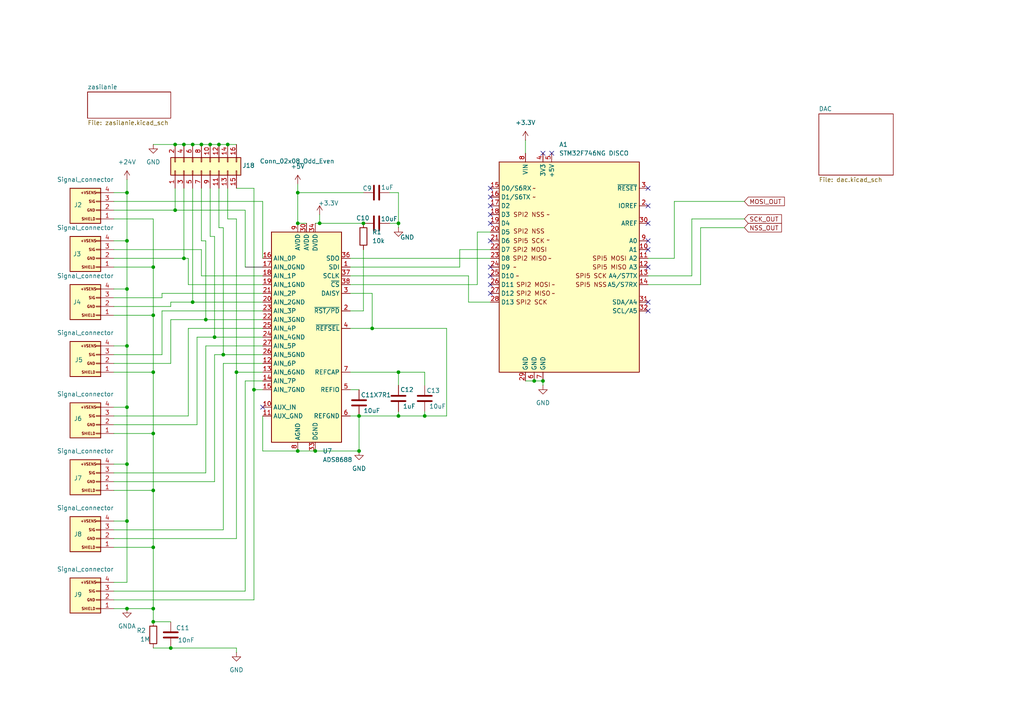
<source format=kicad_sch>
(kicad_sch (version 20250114) (generator "eeschema") (generator_version "9.0")
  (paper "A4")
  (lib_symbols
    (symbol "Analog_ADC:ADS8688"
      (property "Reference" "U" (at -8.89 31.75 0))
      (property "Value" "ADS8688" (at 8.89 31.75 0))
      (symbol "ADS8688_0_1"
        (rectangle (start -10.16 30.48) (end 10.16 -30.48) (stroke (width 0.254)) (fill (type background)))
      )
      (symbol "ADS8688_1_1"
        (pin input line (at -12.7 22.86 0) (length 2.54) (name "AIN_0P") (number "16"))
        (pin input line (at -12.7 20.32 0) (length 2.54) (name "AIN_0GND") (number "17"))
        (pin input line (at -12.7 17.78 0) (length 2.54) (name "AIN_1P") (number "18"))
        (pin input line (at -12.7 15.24 0) (length 2.54) (name "AIN_1GND") (number "19"))
        (pin input line (at -12.7 12.7 0) (length 2.54) (name "AIN_2P") (number "21"))
        (pin input line (at -12.7 10.16 0) (length 2.54) (name "AIN_2GND") (number "20"))
        (pin input line (at -12.7 7.62 0) (length 2.54) (name "AIN_3P") (number "23"))
        (pin input line (at -12.7 5.08 0) (length 2.54) (name "AIN_3GND") (number "22"))
        (pin input line (at -12.7 2.54 0) (length 2.54) (name "AIN_4P") (number "25"))
        (pin input line (at -12.7 0 0) (length 2.54) (name "AIN_4GND") (number "24"))
        (pin input line (at -12.7 -2.54 0) (length 2.54) (name "AIN_5P") (number "27"))
        (pin input line (at -12.7 -5.08 0) (length 2.54) (name "AIN_5GND") (number "26"))
        (pin input line (at -12.7 -7.62 0) (length 2.54) (name "AIN_6P") (number "12"))
        (pin input line (at -12.7 -10.16 0) (length 2.54) (name "AIN_6GND") (number "13"))
        (pin input line (at -12.7 -12.7 0) (length 2.54) (name "AIN_7P") (number "14"))
        (pin input line (at -12.7 -15.24 0) (length 2.54) (name "AIN_7GND") (number "15"))
        (pin input line (at -12.7 -20.32 0) (length 2.54) (name "AUX_IN") (number "10"))
        (pin input line (at -12.7 -22.86 0) (length 2.54) (name "AUX_GND") (number "11"))
        (pin power_in line (at -2.54 33.02 270) (length 2.54) (name "AVDD") (number "9"))
        (pin passive line (at -2.54 -33.02 90) (length 2.54) (hide yes) (name "AGND") (number "28"))
        (pin passive line (at -2.54 -33.02 90) (length 2.54) (hide yes) (name "AGND") (number "29"))
        (pin passive line (at -2.54 -33.02 90) (length 2.54) (hide yes) (name "AGND") (number "31"))
        (pin passive line (at -2.54 -33.02 90) (length 2.54) (hide yes) (name "AGND") (number "32"))
        (pin power_in line (at -2.54 -33.02 90) (length 2.54) (name "AGND") (number "8"))
        (pin power_in line (at 0 33.02 270) (length 2.54) (name "AVDD") (number "30"))
        (pin power_in line (at 2.54 33.02 270) (length 2.54) (name "DVDD") (number "34"))
        (pin power_in line (at 2.54 -33.02 90) (length 2.54) (name "DGND") (number "33"))
        (pin no_connect line (at 10.16 -5.08 180) (length 2.54) (hide yes) (name "DNC") (number "35"))
        (pin output line (at 12.7 22.86 180) (length 2.54) (name "SDO") (number "36"))
        (pin input line (at 12.7 20.32 180) (length 2.54) (name "SDI") (number "1"))
        (pin input line (at 12.7 17.78 180) (length 2.54) (name "SCLK") (number "37"))
        (pin input line (at 12.7 15.24 180) (length 2.54) (name "~{CS}") (number "38"))
        (pin input line (at 12.7 12.7 180) (length 2.54) (name "DAISY") (number "3"))
        (pin input line (at 12.7 7.62 180) (length 2.54) (name "~{RST/PD}") (number "2"))
        (pin input line (at 12.7 2.54 180) (length 2.54) (name "~{REFSEL}") (number "4"))
        (pin passive line (at 12.7 -10.16 180) (length 2.54) (name "REFCAP") (number "7"))
        (pin passive line (at 12.7 -15.24 180) (length 2.54) (name "REFIO") (number "5"))
        (pin power_in line (at 12.7 -22.86 180) (length 2.54) (name "REFGND") (number "6"))
      )
    )
    (symbol "Conn_01x04_1" (pin_names (offset 1.016) (hide yes))
      (property "Reference" "J2" (at 8.128 0 0))
      (property "Value" "Conn_01x04" (at 7.874 -2.54 0))
      (symbol "Conn_01x04_1_1_1"
        (rectangle (start -1.27 3.81) (end 7.62 -6.35) (stroke (width 0.254)) (fill (type background)))
        (rectangle (start -1.27 2.667) (end 0 2.413) (stroke (width 0.1524)))
        (rectangle (start -1.27 0.127) (end 0 -0.127) (stroke (width 0.1524)))
        (rectangle (start -1.27 -2.413) (end 0 -2.667) (stroke (width 0.1524)))
        (rectangle (start -1.27 -4.953) (end 0 -5.207) (stroke (width 0.1524)))
        (text "SIG" (at 1.27 -2.54 0) (effects (font (size 0.762 0.762))))
        (text "GND\n" (at 1.524 0 0) (effects (font (size 0.762 0.762))))
        (text "SHIELD\n" (at 2.286 2.54 0) (effects (font (size 0.762 0.762))))
        (text "+VSENS" (at 2.286 -5.08 0) (effects (font (size 0.762 0.762))))
        (pin passive line (at -5.08 2.54 0) (length 3.81) (name "SHIELD") (number "1"))
        (pin passive line (at -5.08 0 0) (length 3.81) (name "GND") (number "2"))
        (pin passive line (at -5.08 -2.54 0) (length 3.81) (name "SIG") (number "3"))
        (pin passive line (at -5.08 -5.08 0) (length 3.81) (name "+VSENS") (number "4"))
      )
    )
    (symbol "Connector_Generic:Conn_02x08_Odd_Even" (pin_names (offset 1.016) (hide yes))
      (property "Reference" "J" (at 1.27 10.16 0))
      (property "Value" "Conn_02x08_Odd_Even" (at 1.27 -12.7 0))
      (symbol "Conn_02x08_Odd_Even_1_1"
        (rectangle (start -1.27 8.89) (end 3.81 -11.43) (stroke (width 0.254)) (fill (type background)))
        (rectangle (start -1.27 7.747) (end 0 7.493) (stroke (width 0.1524)))
        (rectangle (start -1.27 5.207) (end 0 4.953) (stroke (width 0.1524)))
        (rectangle (start -1.27 2.667) (end 0 2.413) (stroke (width 0.1524)))
        (rectangle (start -1.27 0.127) (end 0 -0.127) (stroke (width 0.1524)))
        (rectangle (start -1.27 -2.413) (end 0 -2.667) (stroke (width 0.1524)))
        (rectangle (start -1.27 -4.953) (end 0 -5.207) (stroke (width 0.1524)))
        (rectangle (start -1.27 -7.493) (end 0 -7.747) (stroke (width 0.1524)))
        (rectangle (start -1.27 -10.033) (end 0 -10.287) (stroke (width 0.1524)))
        (rectangle (start 3.81 7.747) (end 2.54 7.493) (stroke (width 0.1524)))
        (rectangle (start 3.81 5.207) (end 2.54 4.953) (stroke (width 0.1524)))
        (rectangle (start 3.81 2.667) (end 2.54 2.413) (stroke (width 0.1524)))
        (rectangle (start 3.81 0.127) (end 2.54 -0.127) (stroke (width 0.1524)))
        (rectangle (start 3.81 -2.413) (end 2.54 -2.667) (stroke (width 0.1524)))
        (rectangle (start 3.81 -4.953) (end 2.54 -5.207) (stroke (width 0.1524)))
        (rectangle (start 3.81 -7.493) (end 2.54 -7.747) (stroke (width 0.1524)))
        (rectangle (start 3.81 -10.033) (end 2.54 -10.287) (stroke (width 0.1524)))
        (pin passive line (at -5.08 7.62 0) (length 3.81) (name "Pin_1") (number "1"))
        (pin passive line (at -5.08 5.08 0) (length 3.81) (name "Pin_3") (number "3"))
        (pin passive line (at -5.08 2.54 0) (length 3.81) (name "Pin_5") (number "5"))
        (pin passive line (at -5.08 0 0) (length 3.81) (name "Pin_7") (number "7"))
        (pin passive line (at -5.08 -2.54 0) (length 3.81) (name "Pin_9") (number "9"))
        (pin passive line (at -5.08 -5.08 0) (length 3.81) (name "Pin_11") (number "11"))
        (pin passive line (at -5.08 -7.62 0) (length 3.81) (name "Pin_13") (number "13"))
        (pin passive line (at -5.08 -10.16 0) (length 3.81) (name "Pin_15") (number "15"))
        (pin passive line (at 7.62 7.62 180) (length 3.81) (name "Pin_2") (number "2"))
        (pin passive line (at 7.62 5.08 180) (length 3.81) (name "Pin_4") (number "4"))
        (pin passive line (at 7.62 2.54 180) (length 3.81) (name "Pin_6") (number "6"))
        (pin passive line (at 7.62 0 180) (length 3.81) (name "Pin_8") (number "8"))
        (pin passive line (at 7.62 -2.54 180) (length 3.81) (name "Pin_10") (number "10"))
        (pin passive line (at 7.62 -5.08 180) (length 3.81) (name "Pin_12") (number "12"))
        (pin passive line (at 7.62 -7.62 180) (length 3.81) (name "Pin_14") (number "14"))
        (pin passive line (at 7.62 -10.16 180) (length 3.81) (name "Pin_16") (number "16"))
      )
    )
    (symbol "Device:C" (pin_numbers (hide yes)) (pin_names (offset 0.254))
      (property "Reference" "C" (at 0.635 2.54 0))
      (property "Value" "C" (at 0.635 -2.54 0))
      (symbol "C_0_1"
        (polyline (pts (xy -2.032 0.762) (xy 2.032 0.762)) (stroke (width 0.508)))
        (polyline (pts (xy -2.032 -0.762) (xy 2.032 -0.762)) (stroke (width 0.508)))
      )
      (symbol "C_1_1"
        (pin passive line (at 0 3.81 270) (length 2.794) (name "~") (number "1"))
        (pin passive line (at 0 -3.81 90) (length 2.794) (name "~") (number "2"))
      )
    )
    (symbol "Device:R" (pin_numbers (hide yes)) (pin_names (offset 0))
      (property "Reference" "R" (at 2.032 0 90))
      (property "Value" "R" (at 0 0 90))
      (symbol "R_0_1"
        (rectangle (start -1.016 -2.54) (end 1.016 2.54) (stroke (width 0.254)))
      )
      (symbol "R_1_1"
        (pin passive line (at 0 3.81 270) (length 1.27) (name "~") (number "1"))
        (pin passive line (at 0 -3.81 90) (length 1.27) (name "~") (number "2"))
      )
    )
    (symbol "MCU_Module:Arduino_UNO_R3"
      (property "Reference" "A1" (at 7.2233 27.94 0))
      (property "Value" "STM32F746NG DISCO" (at 7.2233 25.4 0))
      (symbol "Arduino_UNO_R3_0_1"
        (rectangle (start -10.16 22.86) (end 30.48 -38.1) (stroke (width 0.254)) (fill (type background)))
      )
      (symbol "Arduino_UNO_R3_1_1"
        (text "~\n" (at -5.588 -7.62 0) (effects (font (size 1.27 1.27))))
        (text "~\n" (at -4.826 -10.16 0) (effects (font (size 1.27 1.27))))
        (text "SPI2 NSS\n" (at -1.524 7.62 0) (effects (font (size 1.27 1.27))))
        (text "SPI2 NSS\n" (at -1.524 2.794 0) (effects (font (size 1.27 1.27))))
        (text "SPI5 SCK\n" (at -1.524 0 0) (effects (font (size 1.27 1.27))))
        (text "SPI2 MOSI" (at -1.27 -2.54 0) (effects (font (size 1.27 1.27))))
        (text "SPI2 MISO\n" (at -1.27 -5.08 0) (effects (font (size 1.27 1.27))))
        (text "SPI2 MOSI" (at -0.254 -12.7 0) (effects (font (size 1.27 1.27))))
        (text "SPI2 MISO\n" (at -0.254 -15.24 0) (effects (font (size 1.27 1.27))))
        (text "SPI2 SCK \n" (at -0.254 -17.78 0) (effects (font (size 1.27 1.27))))
        (text "~\n" (at 0 15.24 0) (effects (font (size 1.27 1.27))))
        (text "~\n" (at 0 12.7 0) (effects (font (size 1.27 1.27))))
        (text "~\n" (at 4.064 7.62 0) (effects (font (size 1.27 1.27))))
        (text "~\n" (at 4.064 0.254 0) (effects (font (size 1.27 1.27))))
        (text "~\n" (at 4.572 -5.08 0) (effects (font (size 1.27 1.27))))
        (text "~\n" (at 5.588 -12.7 0) (effects (font (size 1.27 1.27))))
        (text "~\n" (at 5.588 -15.24 0) (effects (font (size 1.27 1.27))))
        (text "SPI5 SCK\n" (at 16.51 -10.16 0) (effects (font (size 1.27 1.27))))
        (text "SPI5 NSS\n" (at 16.51 -12.7 0) (effects (font (size 1.27 1.27))))
        (text "SPI5 MOSI" (at 21.844 -5.08 0) (effects (font (size 1.27 1.27))))
        (text "SPI5 MISO\n" (at 21.844 -7.62 0) (effects (font (size 1.27 1.27))))
        (pin bidirectional line (at -12.7 15.24 0) (length 2.54) (name "D0/S6RX") (number "15"))
        (pin bidirectional line (at -12.7 12.7 0) (length 2.54) (name "D1/S6TX") (number "16"))
        (pin bidirectional line (at -12.7 10.16 0) (length 2.54) (name "D2") (number "17"))
        (pin bidirectional line (at -12.7 7.62 0) (length 2.54) (name "D3") (number "18"))
        (pin bidirectional line (at -12.7 5.08 0) (length 2.54) (name "D4") (number "19"))
        (pin bidirectional line (at -12.7 2.54 0) (length 2.54) (name "D5") (number "20"))
        (pin bidirectional line (at -12.7 0 0) (length 2.54) (name "D6") (number "21"))
        (pin bidirectional line (at -12.7 -2.54 0) (length 2.54) (name "D7") (number "22"))
        (pin bidirectional line (at -12.7 -5.08 0) (length 2.54) (name "D8") (number "23"))
        (pin bidirectional line (at -12.7 -7.62 0) (length 2.54) (name "D9") (number "24"))
        (pin bidirectional line (at -12.7 -10.16 0) (length 2.54) (name "D10") (number "25"))
        (pin bidirectional line (at -12.7 -12.7 0) (length 2.54) (name "D11") (number "26"))
        (pin bidirectional line (at -12.7 -15.24 0) (length 2.54) (name "D12") (number "27"))
        (pin bidirectional line (at -12.7 -17.78 0) (length 2.54) (name "D13") (number "28"))
        (pin no_connect line (at -10.16 -20.32 0) (length 2.54) (hide yes) (name "NC") (number "1"))
        (pin power_in line (at -2.54 25.4 270) (length 2.54) (name "VIN") (number "8"))
        (pin power_in line (at -2.54 -40.64 90) (length 2.54) (name "GND") (number "29"))
        (pin power_in line (at 0 -40.64 90) (length 2.54) (name "GND") (number "6"))
        (pin power_out line (at 2.54 25.4 270) (length 2.54) (name "3V3") (number "4"))
        (pin power_in line (at 2.54 -40.64 90) (length 2.54) (name "GND") (number "7"))
        (pin power_out line (at 5.08 25.4 270) (length 2.54) (name "+5V") (number "5"))
        (pin input line (at 33.02 15.24 180) (length 2.54) (name "~{RESET}") (number "3"))
        (pin output line (at 33.02 10.16 180) (length 2.54) (name "IOREF") (number "2"))
        (pin input line (at 33.02 5.08 180) (length 2.54) (name "AREF") (number "30"))
        (pin bidirectional line (at 33.02 0 180) (length 2.54) (name "A0") (number "9"))
        (pin bidirectional line (at 33.02 -2.54 180) (length 2.54) (name "A1") (number "10"))
        (pin bidirectional line (at 33.02 -5.08 180) (length 2.54) (name "A2") (number "11"))
        (pin bidirectional line (at 33.02 -7.62 180) (length 2.54) (name "A3") (number "12"))
        (pin bidirectional line (at 33.02 -10.16 180) (length 2.54) (name "A4/S7TX") (number "13"))
        (pin bidirectional line (at 33.02 -12.7 180) (length 2.54) (name "A5/S7RX") (number "14"))
        (pin bidirectional line (at 33.02 -17.78 180) (length 2.54) (name "SDA/A4") (number "31"))
        (pin bidirectional line (at 33.02 -20.32 180) (length 2.54) (name "SCL/A5") (number "32"))
      )
    )
    (symbol "power:+24V" (power) (pin_numbers (hide yes)) (pin_names (offset 0) (hide yes))
      (property "Value" "+24V" (at 0 3.556 0))
      (symbol "+24V_0_1"
        (polyline (pts (xy -0.762 1.27) (xy 0 2.54)))
        (polyline (pts (xy 0 2.54) (xy 0.762 1.27)))
        (polyline (pts (xy 0 0) (xy 0 2.54)))
      )
      (symbol "+24V_1_1"
        (pin power_in line (at 0 0 90) (length 0) (name "~") (number "1"))
      )
    )
    (symbol "power:+3.3V" (power) (pin_numbers (hide yes)) (pin_names (offset 0) (hide yes))
      (property "Value" "+3.3V" (at 0 3.556 0))
      (symbol "+3.3V_0_1"
        (polyline (pts (xy -0.762 1.27) (xy 0 2.54)))
        (polyline (pts (xy 0 2.54) (xy 0.762 1.27)))
        (polyline (pts (xy 0 0) (xy 0 2.54)))
      )
      (symbol "+3.3V_1_1"
        (pin power_in line (at 0 0 90) (length 0) (name "~") (number "1"))
      )
    )
    (symbol "power:+5V" (power) (pin_numbers (hide yes)) (pin_names (offset 0) (hide yes))
      (property "Value" "+5V" (at 0 3.556 0))
      (symbol "+5V_0_1"
        (polyline (pts (xy -0.762 1.27) (xy 0 2.54)))
        (polyline (pts (xy 0 2.54) (xy 0.762 1.27)))
        (polyline (pts (xy 0 0) (xy 0 2.54)))
      )
      (symbol "+5V_1_1"
        (pin power_in line (at 0 0 90) (length 0) (name "~") (number "1"))
      )
    )
    (symbol "power:GND" (power) (pin_numbers (hide yes)) (pin_names (offset 0) (hide yes))
      (property "Value" "GND" (at 0 -3.81 0))
      (symbol "GND_0_1"
        (polyline (pts (xy 0 0) (xy 0 -1.27) (xy 1.27 -1.27) (xy 0 -2.54) (xy -1.27 -1.27) (xy 0 -1.27)))
      )
      (symbol "GND_1_1"
        (pin power_in line (at 0 0 270) (length 0) (name "~") (number "1"))
      )
    )
    (symbol "power:GNDA" (power) (pin_numbers (hide yes)) (pin_names (offset 0) (hide yes))
      (property "Value" "GNDA" (at 0 -3.81 0))
      (symbol "GNDA_0_1"
        (polyline (pts (xy 0 0) (xy 0 -1.27) (xy 1.27 -1.27) (xy 0 -2.54) (xy -1.27 -1.27) (xy 0 -1.27)))
      )
      (symbol "GNDA_1_1"
        (pin power_in line (at 0 0 270) (length 0) (name "~") (number "1"))
      )
    )
  )
  (junction (at 44.45 125.73))
  (junction (at 36.83 151.13))
  (junction (at 115.57 107.95))
  (junction (at 66.04 41.91))
  (junction (at 154.94 110.49))
  (junction (at 86.36 55.88))
  (junction (at 55.88 41.91))
  (junction (at 62.23 97.79))
  (junction (at 50.8 41.91))
  (junction (at 73.66 113.03))
  (junction (at 53.34 41.91))
  (junction (at 68.58 107.95))
  (junction (at 49.53 187.96))
  (junction (at 36.83 83.82))
  (junction (at 36.83 69.85))
  (junction (at 123.19 120.65))
  (junction (at 44.45 142.24))
  (junction (at 91.44 130.81))
  (junction (at 50.8 60.96))
  (junction (at 44.45 176.53))
  (junction (at 44.45 180.34))
  (junction (at 92.71 64.77))
  (junction (at 60.96 41.91))
  (junction (at 36.83 118.11))
  (junction (at 107.95 95.25))
  (junction (at 44.45 107.95))
  (junction (at 59.69 92.71))
  (junction (at 86.36 64.77))
  (junction (at 58.42 41.91))
  (junction (at 104.14 130.81))
  (junction (at 104.14 120.65))
  (junction (at 36.83 55.88))
  (junction (at 53.34 74.93))
  (junction (at 36.83 100.33))
  (junction (at 64.77 102.87))
  (junction (at 55.88 87.63))
  (junction (at 36.83 176.53))
  (junction (at 63.5 41.91))
  (junction (at 44.45 158.75))
  (junction (at 157.48 110.49))
  (junction (at 44.45 77.47))
  (junction (at 105.41 64.77))
  (junction (at 115.57 120.65))
  (junction (at 86.36 130.81))
  (junction (at 44.45 91.44))
  (junction (at 36.83 134.62))
  (junction (at 115.57 64.77))
  (no_connect (at 187.96 90.17))
  (no_connect (at 142.24 62.23))
  (no_connect (at 142.24 85.09))
  (no_connect (at 142.24 77.47))
  (no_connect (at 187.96 54.61))
  (no_connect (at 142.24 59.69))
  (no_connect (at 187.96 59.69))
  (no_connect (at 142.24 82.55))
  (no_connect (at 76.2 118.11))
  (no_connect (at 187.96 87.63))
  (no_connect (at 142.24 64.77))
  (no_connect (at 187.96 69.85))
  (no_connect (at 142.24 80.01))
  (no_connect (at 142.24 57.15))
  (no_connect (at 187.96 72.39))
  (no_connect (at 142.24 69.85))
  (no_connect (at 187.96 77.47))
  (no_connect (at 142.24 54.61))
  (no_connect (at 157.48 44.45))
  (no_connect (at 187.96 64.77))
  (no_connect (at 160.02 44.45))
  (wire (pts (xy 50.8 54.61) (xy 50.8 60.96)))
  (wire (pts (xy 76.2 58.42) (xy 76.2 74.93)))
  (wire (pts (xy 50.8 60.96) (xy 71.12 60.96)))
  (wire (pts (xy 154.94 110.49) (xy 157.48 110.49)))
  (wire (pts (xy 33.02 158.75) (xy 44.45 158.75)))
  (wire (pts (xy 58.42 80.01) (xy 76.2 80.01)))
  (wire (pts (xy 36.83 151.13) (xy 33.02 151.13)))
  (wire (pts (xy 107.95 95.25) (xy 129.54 95.25)))
  (wire (pts (xy 46.99 85.09) (xy 76.2 85.09)))
  (wire (pts (xy 55.88 54.61) (xy 55.88 87.63)))
  (wire (pts (xy 36.83 118.11) (xy 36.83 134.62)))
  (wire (pts (xy 66.04 63.5) (xy 66.04 54.61)))
  (wire (pts (xy 33.02 137.16) (xy 59.69 137.16)))
  (wire (pts (xy 36.83 83.82) (xy 36.83 100.33)))
  (wire (pts (xy 86.36 55.88) (xy 86.36 64.77)))
  (wire (pts (xy 68.58 107.95) (xy 68.58 63.5)))
  (wire (pts (xy 59.69 100.33) (xy 76.2 100.33)))
  (wire (pts (xy 44.45 41.91) (xy 50.8 41.91)))
  (wire (pts (xy 101.6 74.93) (xy 142.24 74.93)))
  (wire (pts (xy 57.15 123.19) (xy 57.15 97.79)))
  (wire (pts (xy 123.19 119.38) (xy 123.19 120.65)))
  (wire (pts (xy 101.6 82.55) (xy 138.43 82.55)))
  (wire (pts (xy 92.71 62.23) (xy 92.71 64.77)))
  (wire (pts (xy 50.8 41.91) (xy 53.34 41.91)))
  (wire (pts (xy 133.35 77.47) (xy 133.35 72.39)))
  (wire (pts (xy 101.6 120.65) (xy 104.14 120.65)))
  (wire (pts (xy 36.83 55.88) (xy 33.02 55.88)))
  (wire (pts (xy 33.02 63.5) (xy 44.45 63.5)))
  (wire (pts (xy 187.96 80.01) (xy 200.66 80.01)))
  (wire (pts (xy 62.23 102.87) (xy 64.77 102.87)))
  (wire (pts (xy 133.35 72.39) (xy 142.24 72.39)))
  (wire (pts (xy 92.71 64.77) (xy 105.41 64.77)))
  (wire (pts (xy 33.02 91.44) (xy 44.45 91.44)))
  (wire (pts (xy 63.5 41.91) (xy 66.04 41.91)))
  (wire (pts (xy 101.6 95.25) (xy 107.95 95.25)))
  (wire (pts (xy 101.6 113.03) (xy 104.14 113.03)))
  (wire (pts (xy 59.69 137.16) (xy 59.69 100.33)))
  (wire (pts (xy 68.58 63.5) (xy 66.04 63.5)))
  (wire (pts (xy 86.36 53.34) (xy 86.36 55.88)))
  (wire (pts (xy 135.89 87.63) (xy 142.24 87.63)))
  (wire (pts (xy 44.45 125.73) (xy 44.45 142.24)))
  (wire (pts (xy 33.02 72.39) (xy 58.42 72.39)))
  (wire (pts (xy 152.4 110.49) (xy 154.94 110.49)))
  (wire (pts (xy 60.96 41.91) (xy 63.5 41.91)))
  (wire (pts (xy 58.42 72.39) (xy 58.42 80.01)))
  (wire (pts (xy 53.34 54.61) (xy 53.34 74.93)))
  (wire (pts (xy 138.43 67.31) (xy 142.24 67.31)))
  (wire (pts (xy 46.99 90.17) (xy 76.2 90.17)))
  (wire (pts (xy 49.53 187.96) (xy 44.45 187.96)))
  (wire (pts (xy 36.83 134.62) (xy 33.02 134.62)))
  (wire (pts (xy 73.66 173.99) (xy 73.66 113.03)))
  (wire (pts (xy 33.02 88.9) (xy 49.53 88.9)))
  (wire (pts (xy 203.2 82.55) (xy 203.2 66.04)))
  (wire (pts (xy 101.6 85.09) (xy 107.95 85.09)))
  (wire (pts (xy 54.61 82.55) (xy 76.2 82.55)))
  (wire (pts (xy 86.36 130.81) (xy 91.44 130.81)))
  (wire (pts (xy 113.03 55.88) (xy 115.57 55.88)))
  (wire (pts (xy 33.02 60.96) (xy 50.8 60.96)))
  (wire (pts (xy 46.99 102.87) (xy 46.99 90.17)))
  (wire (pts (xy 115.57 111.76) (xy 115.57 107.95)))
  (wire (pts (xy 44.45 63.5) (xy 44.45 77.47)))
  (wire (pts (xy 49.53 105.41) (xy 49.53 92.71)))
  (wire (pts (xy 101.6 80.01) (xy 135.89 80.01)))
  (wire (pts (xy 33.02 120.65) (xy 54.61 120.65)))
  (wire (pts (xy 36.83 69.85) (xy 36.83 83.82)))
  (wire (pts (xy 76.2 130.81) (xy 86.36 130.81)))
  (wire (pts (xy 59.69 69.85) (xy 58.42 69.85)))
  (wire (pts (xy 33.02 102.87) (xy 46.99 102.87)))
  (wire (pts (xy 36.83 176.53) (xy 44.45 176.53)))
  (wire (pts (xy 113.03 64.77) (xy 115.57 64.77)))
  (wire (pts (xy 157.48 111.76) (xy 157.48 110.49)))
  (wire (pts (xy 44.45 77.47) (xy 44.45 91.44)))
  (wire (pts (xy 138.43 67.31) (xy 138.43 82.55)))
  (wire (pts (xy 33.02 153.67) (xy 64.77 153.67)))
  (wire (pts (xy 60.96 68.58) (xy 60.96 54.61)))
  (wire (pts (xy 152.4 40.64) (xy 152.4 44.45)))
  (wire (pts (xy 73.66 54.61) (xy 68.58 54.61)))
  (wire (pts (xy 59.69 69.85) (xy 59.69 92.71)))
  (wire (pts (xy 33.02 58.42) (xy 76.2 58.42)))
  (wire (pts (xy 104.14 120.65) (xy 115.57 120.65)))
  (wire (pts (xy 36.83 151.13) (xy 36.83 168.91)))
  (wire (pts (xy 44.45 180.34) (xy 49.53 180.34)))
  (wire (pts (xy 76.2 77.47) (xy 71.12 77.47)) (stroke (width 0) (color 0 0 0 1)))
  (wire (pts (xy 68.58 107.95) (xy 76.2 107.95)))
  (wire (pts (xy 54.61 95.25) (xy 76.2 95.25)))
  (wire (pts (xy 64.77 153.67) (xy 64.77 105.41)))
  (wire (pts (xy 200.66 63.5) (xy 215.9 63.5)))
  (wire (pts (xy 36.83 69.85) (xy 33.02 69.85)))
  (wire (pts (xy 64.77 105.41) (xy 76.2 105.41)))
  (wire (pts (xy 33.02 139.7) (xy 62.23 139.7)))
  (wire (pts (xy 33.02 77.47) (xy 44.45 77.47)))
  (wire (pts (xy 187.96 74.93) (xy 195.58 74.93)))
  (wire (pts (xy 115.57 120.65) (xy 123.19 120.65)))
  (wire (pts (xy 44.45 91.44) (xy 44.45 107.95)))
  (wire (pts (xy 36.83 100.33) (xy 36.83 118.11)))
  (wire (pts (xy 115.57 55.88) (xy 115.57 64.77)))
  (wire (pts (xy 135.89 80.01) (xy 135.89 87.63)))
  (wire (pts (xy 115.57 119.38) (xy 115.57 120.65)))
  (wire (pts (xy 33.02 125.73) (xy 44.45 125.73)))
  (wire (pts (xy 33.02 171.45) (xy 71.12 171.45)))
  (wire (pts (xy 46.99 86.36) (xy 46.99 85.09)))
  (wire (pts (xy 200.66 80.01) (xy 200.66 63.5)))
  (wire (pts (xy 33.02 107.95) (xy 44.45 107.95)))
  (wire (pts (xy 33.02 173.99) (xy 73.66 173.99)))
  (wire (pts (xy 49.53 92.71) (xy 59.69 92.71)))
  (wire (pts (xy 62.23 97.79) (xy 62.23 68.58)))
  (wire (pts (xy 53.34 74.93) (xy 54.61 74.93)))
  (wire (pts (xy 33.02 176.53) (xy 36.83 176.53)))
  (wire (pts (xy 36.83 100.33) (xy 33.02 100.33)))
  (wire (pts (xy 36.83 134.62) (xy 36.83 151.13)))
  (wire (pts (xy 203.2 66.04) (xy 215.9 66.04)))
  (wire (pts (xy 44.45 107.95) (xy 44.45 125.73)))
  (wire (pts (xy 36.83 55.88) (xy 36.83 69.85)))
  (wire (pts (xy 64.77 102.87) (xy 76.2 102.87)))
  (wire (pts (xy 58.42 69.85) (xy 58.42 54.61)))
  (wire (pts (xy 54.61 74.93) (xy 54.61 82.55)))
  (wire (pts (xy 71.12 171.45) (xy 71.12 110.49)))
  (wire (pts (xy 33.02 105.41) (xy 49.53 105.41)))
  (wire (pts (xy 49.53 187.96) (xy 68.58 187.96)))
  (wire (pts (xy 123.19 107.95) (xy 123.19 111.76)))
  (wire (pts (xy 53.34 41.91) (xy 55.88 41.91)))
  (wire (pts (xy 33.02 156.21) (xy 68.58 156.21)))
  (wire (pts (xy 49.53 87.63) (xy 55.88 87.63)))
  (wire (pts (xy 195.58 58.42) (xy 215.9 58.42)))
  (wire (pts (xy 44.45 142.24) (xy 44.45 158.75)))
  (wire (pts (xy 44.45 176.53) (xy 44.45 180.34)))
  (wire (pts (xy 63.5 54.61) (xy 63.5 66.04)))
  (wire (pts (xy 33.02 86.36) (xy 46.99 86.36)))
  (wire (pts (xy 66.04 41.91) (xy 68.58 41.91)))
  (wire (pts (xy 115.57 64.77) (xy 115.57 66.04)))
  (wire (pts (xy 123.19 120.65) (xy 129.54 120.65)))
  (wire (pts (xy 195.58 74.93) (xy 195.58 58.42)))
  (wire (pts (xy 62.23 97.79) (xy 76.2 97.79)))
  (wire (pts (xy 62.23 68.58) (xy 60.96 68.58)))
  (wire (pts (xy 55.88 87.63) (xy 76.2 87.63)))
  (wire (pts (xy 68.58 107.95) (xy 68.58 156.21)))
  (wire (pts (xy 68.58 187.96) (xy 68.58 189.23)))
  (wire (pts (xy 104.14 120.65) (xy 104.14 130.81)))
  (wire (pts (xy 86.36 55.88) (xy 105.41 55.88)))
  (wire (pts (xy 33.02 142.24) (xy 44.45 142.24)))
  (wire (pts (xy 86.36 64.77) (xy 88.9 64.77)))
  (wire (pts (xy 76.2 120.65) (xy 76.2 130.81)))
  (wire (pts (xy 129.54 95.25) (xy 129.54 120.65)))
  (wire (pts (xy 73.66 113.03) (xy 73.66 54.61)))
  (wire (pts (xy 54.61 120.65) (xy 54.61 95.25)))
  (wire (pts (xy 44.45 158.75) (xy 44.45 176.53)))
  (wire (pts (xy 91.44 130.81) (xy 104.14 130.81)))
  (wire (pts (xy 91.44 64.77) (xy 92.71 64.77)))
  (wire (pts (xy 62.23 139.7) (xy 62.23 102.87)))
  (wire (pts (xy 57.15 97.79) (xy 62.23 97.79)))
  (wire (pts (xy 105.41 90.17) (xy 101.6 90.17)))
  (wire (pts (xy 59.69 92.71) (xy 76.2 92.71)))
  (wire (pts (xy 64.77 66.04) (xy 63.5 66.04)))
  (wire (pts (xy 49.53 88.9) (xy 49.53 87.63)))
  (wire (pts (xy 36.83 118.11) (xy 33.02 118.11)))
  (wire (pts (xy 64.77 102.87) (xy 64.77 66.04)))
  (wire (pts (xy 71.12 110.49) (xy 76.2 110.49)))
  (wire (pts (xy 101.6 77.47) (xy 133.35 77.47)))
  (wire (pts (xy 36.83 83.82) (xy 33.02 83.82)))
  (wire (pts (xy 101.6 107.95) (xy 115.57 107.95)))
  (wire (pts (xy 36.83 168.91) (xy 33.02 168.91)))
  (wire (pts (xy 73.66 113.03) (xy 76.2 113.03)))
  (wire (pts (xy 187.96 82.55) (xy 203.2 82.55)))
  (wire (pts (xy 105.41 72.39) (xy 105.41 90.17)))
  (wire (pts (xy 33.02 123.19) (xy 57.15 123.19)))
  (wire (pts (xy 107.95 85.09) (xy 107.95 95.25)))
  (wire (pts (xy 55.88 41.91) (xy 58.42 41.91)))
  (wire (pts (xy 71.12 60.96) (xy 71.12 77.47)))
  (wire (pts (xy 58.42 41.91) (xy 60.96 41.91)))
  (wire (pts (xy 33.02 74.93) (xy 53.34 74.93)))
  (wire (pts (xy 36.83 55.88) (xy 36.83 52.07)))
  (wire (pts (xy 115.57 107.95) (xy 123.19 107.95)))
  (global_label "MOSI_OUT" (shape input) (at 215.9 58.42 0) (property "Intersheetrefs" "${INTERSHEET_REFS}" (effects (hide yes))))
  (global_label "SCK_OUT" (shape input) (at 215.9 63.5 0) (property "Intersheetrefs" "${INTERSHEET_REFS}" (effects (hide yes))))
  (global_label "NSS_OUT" (shape input) (at 215.9 66.04 0) (property "Intersheetrefs" "${INTERSHEET_REFS}" (effects (hide yes))))
  (symbol (lib_id "power:GNDA") (at 36.83 176.53 0) (unit 1)
    (property "Reference" "#PWR041" (effects (hide yes)))
    (property "Value" "GNDA" (at 36.83 181.61 0))
    (property "Description" "Power symbol creates a global label with name \"GNDA\" , analog ground" (effects (hide yes)))
  )
  (symbol (lib_id "Device:C") (at 109.22 64.77 90) (unit 1)
    (property "Reference" "C10" (at 107.188 63.246 90) (effects (justify left)))
    (property "Value" "10uF" (at 115.316 63.5 90) (effects (justify left)))
    (property "Footprint" "Capacitor_SMD:C_0805_2012Metric_Pad1.18x1.45mm_HandSolder" (effects (hide yes)))
    (property "Description" "Unpolarized capacitor" (effects (hide yes)))
  )
  (symbol (lib_id "power:+3.3V") (at 92.71 62.23 0) (unit 1)
    (property "Reference" "#PWR07" (effects (hide yes)))
    (property "Value" "+3.3V" (at 95.25 58.928 0))
    (property "Description" "Power symbol creates a global label with name \"+3.3V\"" (effects (hide yes)))
  )
  (symbol (lib_id "power:GND") (at 68.58 189.23 0) (unit 1)
    (property "Reference" "#PWR010" (effects (hide yes)))
    (property "Value" "GND" (at 68.58 194.31 0))
    (property "Description" "Power symbol creates a global label with name \"GND\" , ground" (effects (hide yes)))
  )
  (symbol (lib_id "Analog_ADC:ADS8688") (at 88.9 97.79 0) (unit 1)
    (property "Reference" "U7" (at 93.5833 130.81 0) (effects (justify left)))
    (property "Value" "ADS8688" (at 93.5833 133.35 0) (effects (justify left)))
    (property "Footprint" "Package_SO:TSSOP-38_4.4x9.7mm_P0.5mm" (effects (hide yes)))
    (property "Datasheet" "http://www.ti.com/lit/ds/symlink/ads8688.pdf" (effects (hide yes)))
    (property "Description" "16-Bit, 500-kSPS, 8-Channels, Single-Supply, SAR ADC with Bipolar Input Range, TSSOP-38" (effects (hide yes)))
  )
  (symbol (lib_id "Device:C") (at 104.14 116.84 0) (unit 1)
    (property "Reference" "C11X7R1" (at 104.648 114.554 0) (effects (justify left)))
    (property "Value" "10uF" (at 105.41 119.126 0) (effects (justify left)))
    (property "Footprint" "Capacitor_SMD:C_0805_2012Metric_Pad1.18x1.45mm_HandSolder" (effects (hide yes)))
    (property "Description" "Unpolarized capacitor" (effects (hide yes)))
  )
  (symbol (lib_id "Device:R") (at 44.45 184.15 0) (unit 1)
    (property "Reference" "R2" (at 39.624 182.88 0) (effects (justify left)))
    (property "Value" "1M" (at 40.64 185.42 0) (effects (justify left)))
    (property "Footprint" "Resistor_SMD:R_0805_2012Metric_Pad1.20x1.40mm_HandSolder" (effects (hide yes)))
    (property "Description" "Resistor" (effects (hide yes)))
  )
  (symbol (lib_id "Device:C") (at 123.19 115.57 0) (unit 1)
    (property "Reference" "C13" (at 123.698 113.284 0) (effects (justify left)))
    (property "Value" "10uF" (at 124.46 117.856 0) (effects (justify left)))
    (property "Footprint" "Capacitor_SMD:C_0805_2012Metric_Pad1.18x1.45mm_HandSolder" (effects (hide yes)))
    (property "Description" "Unpolarized capacitor" (effects (hide yes)))
  )
  (symbol (lib_name "Conn_01x04_1") (lib_id "Connector_Generic:Conn_01x04") (at 27.94 88.9 180) (unit 1)
    (property "Reference" "J4" (at 22.352 87.63 0))
    (property "Value" "Signal_connector" (at 24.765 80.01 0))
    (property "Footprint" "Connector_Phoenix_MC:PhoenixContact_MCV_1,5_4-G-3.5_1x04_P3.50mm_Vertical" (effects (hide yes)))
    (property "Description" "Generic connector, single row, 01x04, script generated (kicad-library-utils/schlib/autogen/connector/)" (effects (hide yes)))
  )
  (symbol (lib_id "power:+5V") (at 86.36 53.34 0) (unit 1)
    (property "Reference" "#PWR06" (effects (hide yes)))
    (property "Value" "+5V" (at 86.36 48.26 0))
    (property "Description" "Power symbol creates a global label with name \"+5V\"" (effects (hide yes)))
  )
  (symbol (lib_name "Conn_01x04_1") (lib_id "Connector_Generic:Conn_01x04") (at 27.94 60.96 180) (unit 1)
    (property "Reference" "J2" (at 22.606 59.436 0))
    (property "Value" "Signal_connector" (at 24.765 52.07 0))
    (property "Footprint" "Connector_Phoenix_MC:PhoenixContact_MCV_1,5_4-G-3.5_1x04_P3.50mm_Vertical" (effects (hide yes)))
    (property "Description" "Generic connector, single row, 01x04, script generated (kicad-library-utils/schlib/autogen/connector/)" (effects (hide yes)))
  )
  (symbol (lib_name "Conn_01x04_1") (lib_id "Connector_Generic:Conn_01x04") (at 27.94 105.41 180) (unit 1)
    (property "Reference" "J5" (at 22.86 104.394 0))
    (property "Value" "Signal_connector" (at 24.765 96.52 0))
    (property "Footprint" "Connector_Phoenix_MC:PhoenixContact_MCV_1,5_4-G-3.5_1x04_P3.50mm_Vertical" (effects (hide yes)))
    (property "Description" "Generic connector, single row, 01x04, script generated (kicad-library-utils/schlib/autogen/connector/)" (effects (hide yes)))
  )
  (symbol (lib_name "Conn_01x04_1") (lib_id "Connector_Generic:Conn_01x04") (at 27.94 123.19 180) (unit 1)
    (property "Reference" "J6" (at 22.606 121.412 0))
    (property "Value" "Signal_connector" (at 24.765 114.3 0))
    (property "Footprint" "Connector_Phoenix_MC:PhoenixContact_MCV_1,5_4-G-3.5_1x04_P3.50mm_Vertical" (effects (hide yes)))
    (property "Description" "Generic connector, single row, 01x04, script generated (kicad-library-utils/schlib/autogen/connector/)" (effects (hide yes)))
  )
  (symbol (lib_id "Device:C") (at 109.22 55.88 270) (unit 1)
    (property "Reference" "C9" (at 105.156 54.61 90) (effects (justify left)))
    (property "Value" "1uF" (at 110.49 54.356 90) (effects (justify left)))
    (property "Footprint" "Capacitor_SMD:C_0805_2012Metric_Pad1.18x1.45mm_HandSolder" (effects (hide yes)))
    (property "Description" "Unpolarized capacitor" (effects (hide yes)))
  )
  (symbol (lib_id "Device:C") (at 115.57 115.57 0) (unit 1)
    (property "Reference" "C12" (at 116.078 113.03 0) (effects (justify left)))
    (property "Value" "1uF" (at 116.84 117.856 0) (effects (justify left)))
    (property "Footprint" "Capacitor_SMD:C_0805_2012Metric_Pad1.18x1.45mm_HandSolder" (effects (hide yes)))
    (property "Description" "Unpolarized capacitor" (effects (hide yes)))
  )
  (symbol (lib_id "power:+3.3V") (at 152.4 40.64 0) (unit 1)
    (property "Reference" "#PWR013" (effects (hide yes)))
    (property "Value" "+3.3V" (at 152.4 35.56 0))
    (property "Description" "Power symbol creates a global label with name \"+3.3V\"" (effects (hide yes)))
  )
  (symbol (lib_id "MCU_Module:Arduino_UNO_R3") (at 154.94 69.85 0) (unit 1)
    (property "Reference" "A1" (at 162.1633 41.91 0) (effects (justify left)))
    (property "Value" "STM32F746NG DISCO" (at 162.1633 44.45 0) (effects (justify left)))
    (property "Footprint" "własne:STM32F7_DISCO" (effects (hide yes)))
    (property "Datasheet" "https://www.arduino.cc/en/Main/arduinoBoardUno" (effects (hide yes)))
    (property "Description" "Arduino UNO Microcontroller Module, release 3" (effects (hide yes)))
  )
  (symbol (lib_id "power:GND") (at 104.14 130.81 0) (unit 1)
    (property "Reference" "#PWR08" (effects (hide yes)))
    (property "Value" "GND" (at 104.14 135.89 0))
    (property "Description" "Power symbol creates a global label with name \"GND\" , ground" (effects (hide yes)))
  )
  (symbol (lib_id "Device:C") (at 49.53 184.15 0) (unit 1)
    (property "Reference" "C11" (at 51.054 182.118 0) (effects (justify left)))
    (property "Value" "10nF" (at 51.562 185.674 0) (effects (justify left)))
    (property "Footprint" "Capacitor_SMD:C_0805_2012Metric_Pad1.18x1.45mm_HandSolder" (effects (hide yes)))
    (property "Description" "Unpolarized capacitor" (effects (hide yes)))
  )
  (symbol (lib_id "power:GND") (at 44.45 41.91 0) (unit 1)
    (property "Reference" "#PWR033" (effects (hide yes)))
    (property "Value" "GND" (at 44.45 46.99 0))
    (property "Description" "Power symbol creates a global label with name \"GND\" , ground" (effects (hide yes)))
  )
  (symbol (lib_name "Conn_01x04_1") (lib_id "Connector_Generic:Conn_01x04") (at 27.94 173.99 180) (unit 1)
    (property "Reference" "J9" (at 22.606 172.466 0))
    (property "Value" "Signal_connector" (at 24.765 165.1 0))
    (property "Footprint" "Connector_Phoenix_MC:PhoenixContact_MCV_1,5_4-G-3.5_1x04_P3.50mm_Vertical" (effects (hide yes)))
    (property "Description" "Generic connector, single row, 01x04, script generated (kicad-library-utils/schlib/autogen/connector/)" (effects (hide yes)))
  )
  (symbol (lib_name "Conn_01x04_1") (lib_id "Connector_Generic:Conn_01x04") (at 27.94 139.7 180) (unit 1)
    (property "Reference" "J7" (at 22.606 138.684 0))
    (property "Value" "Signal_connector" (at 24.765 130.81 0))
    (property "Footprint" "Connector_Phoenix_MC:PhoenixContact_MCV_1,5_4-G-3.5_1x04_P3.50mm_Vertical" (effects (hide yes)))
    (property "Description" "Generic connector, single row, 01x04, script generated (kicad-library-utils/schlib/autogen/connector/)" (effects (hide yes)))
  )
  (symbol (lib_id "power:GND") (at 115.57 66.04 0) (unit 1)
    (property "Reference" "#PWR09" (effects (hide yes)))
    (property "Value" "GND" (at 118.11 68.834 0))
    (property "Description" "Power symbol creates a global label with name \"GND\" , ground" (effects (hide yes)))
  )
  (symbol (lib_id "Connector_Generic:Conn_02x08_Odd_Even") (at 58.42 49.53 90) (unit 1)
    (property "Reference" "J18" (at 73.914 48.006 90) (effects (justify left)))
    (property "Value" "Conn_02x08_Odd_Even" (at 97.028 46.736 90) (effects (justify left)))
    (property "Footprint" "Connector_PinHeader_2.54mm:PinHeader_2x08_P2.54mm_Vertical" (effects (hide yes)))
    (property "Description" "Generic connector, double row, 02x08, odd/even pin numbering scheme (row 1 odd numbers, row 2 even numbers), script generated (kicad-library-utils/schlib/autogen/connector/)" (effects (hide yes)))
  )
  (symbol (lib_name "Conn_01x04_1") (lib_id "Connector_Generic:Conn_01x04") (at 27.94 74.93 180) (unit 1)
    (property "Reference" "J3" (at 22.352 73.66 0))
    (property "Value" "Signal_connector" (at 24.765 66.04 0))
    (property "Footprint" "Connector_Phoenix_MC:PhoenixContact_MCV_1,5_4-G-3.5_1x04_P3.50mm_Vertical" (effects (hide yes)))
    (property "Description" "Generic connector, single row, 01x04, script generated (kicad-library-utils/schlib/autogen/connector/)" (effects (hide yes)))
  )
  (symbol (lib_name "Conn_01x04_1") (lib_id "Connector_Generic:Conn_01x04") (at 27.94 156.21 180) (unit 1)
    (property "Reference" "J8" (at 22.606 154.94 0))
    (property "Value" "Signal_connector" (at 24.765 147.32 0))
    (property "Footprint" "Connector_Phoenix_MC:PhoenixContact_MCV_1,5_4-G-3.5_1x04_P3.50mm_Vertical" (effects (hide yes)))
    (property "Description" "Generic connector, single row, 01x04, script generated (kicad-library-utils/schlib/autogen/connector/)" (effects (hide yes)))
  )
  (symbol (lib_id "Device:R") (at 105.41 68.58 0) (unit 1)
    (property "Reference" "R1" (at 107.95 67.3099 0) (effects (justify left)))
    (property "Value" "10k" (at 107.95 69.8499 0) (effects (justify left)))
    (property "Footprint" "Resistor_SMD:R_0805_2012Metric_Pad1.20x1.40mm_HandSolder" (effects (hide yes)))
    (property "Description" "Resistor" (effects (hide yes)))
  )
  (symbol (lib_id "power:+24V") (at 36.83 52.07 0) (unit 1)
    (property "Reference" "#PWR012" (effects (hide yes)))
    (property "Value" "+24V" (at 36.83 46.99 0))
    (property "Description" "Power symbol creates a global label with name \"+24V\"" (effects (hide yes)))
  )
  (symbol (lib_id "power:GND") (at 157.48 111.76 0) (unit 1)
    (property "Reference" "#PWR014" (effects (hide yes)))
    (property "Value" "GND" (at 157.48 116.84 0))
    (property "Description" "Power symbol creates a global label with name \"GND\" , ground" (effects (hide yes)))
  )
  (sheet (at 237.49 33.02) (size 21.59 17.78) (stroke (width 0.1524))
    (property "Sheetname" "DAC" (at 237.49 32.3084 0) (effects (justify left bottom)))
    (property "Sheetfile" "dac.kicad_sch" (at 237.49 51.3846 0) (effects (justify left top)))
  )
  (sheet (at 25.4 26.67) (size 24.13 7.62) (stroke (width 0.1524))
    (property "Sheetname" "zasilanie" (at 25.4 25.9584 0) (effects (justify left bottom)))
    (property "Sheetfile" "zasilanie.kicad_sch" (at 25.4 34.8746 0) (effects (justify left top)))
  )
)
</source>
